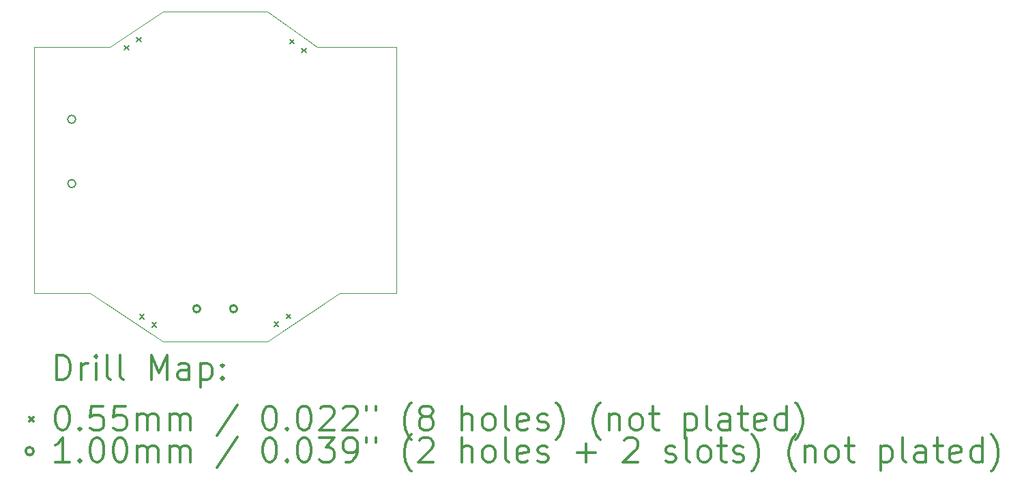
<source format=gbr>
%FSLAX45Y45*%
G04 Gerber Fmt 4.5, Leading zero omitted, Abs format (unit mm)*
G04 Created by KiCad*
%MOMM*%
%LPD*%
G04 APERTURE LIST*
%TA.AperFunction,Profile*%
%ADD10C,0.050000*%
%TD*%
%ADD11C,0.200000*%
%ADD12C,0.300000*%
G04 APERTURE END LIST*
D10*
X15350000Y-13050000D02*
X14450000Y-12450000D01*
X17550000Y-12450000D02*
X16650000Y-13050000D01*
X16650000Y-8950000D02*
X17270000Y-9390000D01*
X15350000Y-8950000D02*
X14690000Y-9390000D01*
X16000000Y-8950000D02*
X15350000Y-8950000D01*
X16000000Y-13050000D02*
X15350000Y-13050000D01*
X16650000Y-13050000D02*
X16000000Y-13050000D01*
X16000000Y-8950000D02*
X16650000Y-8950000D01*
X18250000Y-12450000D02*
X17550000Y-12450000D01*
X18250000Y-9390000D02*
X17270000Y-9390000D01*
X13750000Y-9390000D02*
X14690000Y-9390000D01*
X13750000Y-12450000D02*
X14450000Y-12450000D01*
X13750000Y-11000000D02*
X13750000Y-12450000D01*
X13750000Y-11000000D02*
X13750000Y-9390000D01*
X18250000Y-11000000D02*
X18250000Y-12450000D01*
X18250000Y-11000000D02*
X18250000Y-9390000D01*
D11*
X16730277Y-12805657D02*
X16785277Y-12860657D01*
X16785277Y-12805657D02*
X16730277Y-12860657D01*
X16925578Y-9295246D02*
X16980578Y-9350246D01*
X16980578Y-9295246D02*
X16925578Y-9350246D01*
X17074559Y-9403487D02*
X17129559Y-9458487D01*
X17129559Y-9403487D02*
X17074559Y-9458487D01*
X14873799Y-9372212D02*
X14928799Y-9427212D01*
X14928799Y-9372212D02*
X14873799Y-9427212D01*
X15026466Y-9269237D02*
X15081466Y-9324237D01*
X15081466Y-9269237D02*
X15026466Y-9324237D01*
X15064381Y-12711279D02*
X15119381Y-12766279D01*
X15119381Y-12711279D02*
X15064381Y-12766279D01*
X15217049Y-12814254D02*
X15272049Y-12869254D01*
X15272049Y-12814254D02*
X15217049Y-12869254D01*
X16884718Y-12705362D02*
X16939718Y-12760362D01*
X16939718Y-12705362D02*
X16884718Y-12760362D01*
X15821400Y-12640450D02*
G75*
G03X15821400Y-12640450I-50000J0D01*
G01*
X15731400Y-12640450D02*
X15731400Y-12640450D01*
X15811400Y-12640450D02*
X15811400Y-12640450D01*
X15731400Y-12640450D02*
G75*
G03X15811400Y-12640450I40000J0D01*
G01*
X15811400Y-12640450D02*
G75*
G03X15731400Y-12640450I-40000J0D01*
G01*
X16278600Y-12640450D02*
G75*
G03X16278600Y-12640450I-50000J0D01*
G01*
X16188600Y-12640450D02*
X16188600Y-12640450D01*
X16268600Y-12640450D02*
X16268600Y-12640450D01*
X16188600Y-12640450D02*
G75*
G03X16268600Y-12640450I40000J0D01*
G01*
X16268600Y-12640450D02*
G75*
G03X16188600Y-12640450I-40000J0D01*
G01*
X14270000Y-10287000D02*
G75*
G03X14270000Y-10287000I-50000J0D01*
G01*
X14270000Y-11085000D02*
G75*
G03X14270000Y-11085000I-50000J0D01*
G01*
D12*
X14033928Y-13518214D02*
X14033928Y-13218214D01*
X14105357Y-13218214D01*
X14148214Y-13232500D01*
X14176786Y-13261071D01*
X14191071Y-13289643D01*
X14205357Y-13346786D01*
X14205357Y-13389643D01*
X14191071Y-13446786D01*
X14176786Y-13475357D01*
X14148214Y-13503929D01*
X14105357Y-13518214D01*
X14033928Y-13518214D01*
X14333928Y-13518214D02*
X14333928Y-13318214D01*
X14333928Y-13375357D02*
X14348214Y-13346786D01*
X14362500Y-13332500D01*
X14391071Y-13318214D01*
X14419643Y-13318214D01*
X14519643Y-13518214D02*
X14519643Y-13318214D01*
X14519643Y-13218214D02*
X14505357Y-13232500D01*
X14519643Y-13246786D01*
X14533928Y-13232500D01*
X14519643Y-13218214D01*
X14519643Y-13246786D01*
X14705357Y-13518214D02*
X14676786Y-13503929D01*
X14662500Y-13475357D01*
X14662500Y-13218214D01*
X14862500Y-13518214D02*
X14833928Y-13503929D01*
X14819643Y-13475357D01*
X14819643Y-13218214D01*
X15205357Y-13518214D02*
X15205357Y-13218214D01*
X15305357Y-13432500D01*
X15405357Y-13218214D01*
X15405357Y-13518214D01*
X15676786Y-13518214D02*
X15676786Y-13361071D01*
X15662500Y-13332500D01*
X15633928Y-13318214D01*
X15576786Y-13318214D01*
X15548214Y-13332500D01*
X15676786Y-13503929D02*
X15648214Y-13518214D01*
X15576786Y-13518214D01*
X15548214Y-13503929D01*
X15533928Y-13475357D01*
X15533928Y-13446786D01*
X15548214Y-13418214D01*
X15576786Y-13403929D01*
X15648214Y-13403929D01*
X15676786Y-13389643D01*
X15819643Y-13318214D02*
X15819643Y-13618214D01*
X15819643Y-13332500D02*
X15848214Y-13318214D01*
X15905357Y-13318214D01*
X15933928Y-13332500D01*
X15948214Y-13346786D01*
X15962500Y-13375357D01*
X15962500Y-13461071D01*
X15948214Y-13489643D01*
X15933928Y-13503929D01*
X15905357Y-13518214D01*
X15848214Y-13518214D01*
X15819643Y-13503929D01*
X16091071Y-13489643D02*
X16105357Y-13503929D01*
X16091071Y-13518214D01*
X16076786Y-13503929D01*
X16091071Y-13489643D01*
X16091071Y-13518214D01*
X16091071Y-13332500D02*
X16105357Y-13346786D01*
X16091071Y-13361071D01*
X16076786Y-13346786D01*
X16091071Y-13332500D01*
X16091071Y-13361071D01*
X13692500Y-13985000D02*
X13747500Y-14040000D01*
X13747500Y-13985000D02*
X13692500Y-14040000D01*
X14091071Y-13848214D02*
X14119643Y-13848214D01*
X14148214Y-13862500D01*
X14162500Y-13876786D01*
X14176786Y-13905357D01*
X14191071Y-13962500D01*
X14191071Y-14033929D01*
X14176786Y-14091071D01*
X14162500Y-14119643D01*
X14148214Y-14133929D01*
X14119643Y-14148214D01*
X14091071Y-14148214D01*
X14062500Y-14133929D01*
X14048214Y-14119643D01*
X14033928Y-14091071D01*
X14019643Y-14033929D01*
X14019643Y-13962500D01*
X14033928Y-13905357D01*
X14048214Y-13876786D01*
X14062500Y-13862500D01*
X14091071Y-13848214D01*
X14319643Y-14119643D02*
X14333928Y-14133929D01*
X14319643Y-14148214D01*
X14305357Y-14133929D01*
X14319643Y-14119643D01*
X14319643Y-14148214D01*
X14605357Y-13848214D02*
X14462500Y-13848214D01*
X14448214Y-13991071D01*
X14462500Y-13976786D01*
X14491071Y-13962500D01*
X14562500Y-13962500D01*
X14591071Y-13976786D01*
X14605357Y-13991071D01*
X14619643Y-14019643D01*
X14619643Y-14091071D01*
X14605357Y-14119643D01*
X14591071Y-14133929D01*
X14562500Y-14148214D01*
X14491071Y-14148214D01*
X14462500Y-14133929D01*
X14448214Y-14119643D01*
X14891071Y-13848214D02*
X14748214Y-13848214D01*
X14733928Y-13991071D01*
X14748214Y-13976786D01*
X14776786Y-13962500D01*
X14848214Y-13962500D01*
X14876786Y-13976786D01*
X14891071Y-13991071D01*
X14905357Y-14019643D01*
X14905357Y-14091071D01*
X14891071Y-14119643D01*
X14876786Y-14133929D01*
X14848214Y-14148214D01*
X14776786Y-14148214D01*
X14748214Y-14133929D01*
X14733928Y-14119643D01*
X15033928Y-14148214D02*
X15033928Y-13948214D01*
X15033928Y-13976786D02*
X15048214Y-13962500D01*
X15076786Y-13948214D01*
X15119643Y-13948214D01*
X15148214Y-13962500D01*
X15162500Y-13991071D01*
X15162500Y-14148214D01*
X15162500Y-13991071D02*
X15176786Y-13962500D01*
X15205357Y-13948214D01*
X15248214Y-13948214D01*
X15276786Y-13962500D01*
X15291071Y-13991071D01*
X15291071Y-14148214D01*
X15433928Y-14148214D02*
X15433928Y-13948214D01*
X15433928Y-13976786D02*
X15448214Y-13962500D01*
X15476786Y-13948214D01*
X15519643Y-13948214D01*
X15548214Y-13962500D01*
X15562500Y-13991071D01*
X15562500Y-14148214D01*
X15562500Y-13991071D02*
X15576786Y-13962500D01*
X15605357Y-13948214D01*
X15648214Y-13948214D01*
X15676786Y-13962500D01*
X15691071Y-13991071D01*
X15691071Y-14148214D01*
X16276786Y-13833929D02*
X16019643Y-14219643D01*
X16662500Y-13848214D02*
X16691071Y-13848214D01*
X16719643Y-13862500D01*
X16733928Y-13876786D01*
X16748214Y-13905357D01*
X16762500Y-13962500D01*
X16762500Y-14033929D01*
X16748214Y-14091071D01*
X16733928Y-14119643D01*
X16719643Y-14133929D01*
X16691071Y-14148214D01*
X16662500Y-14148214D01*
X16633928Y-14133929D01*
X16619643Y-14119643D01*
X16605357Y-14091071D01*
X16591071Y-14033929D01*
X16591071Y-13962500D01*
X16605357Y-13905357D01*
X16619643Y-13876786D01*
X16633928Y-13862500D01*
X16662500Y-13848214D01*
X16891071Y-14119643D02*
X16905357Y-14133929D01*
X16891071Y-14148214D01*
X16876786Y-14133929D01*
X16891071Y-14119643D01*
X16891071Y-14148214D01*
X17091071Y-13848214D02*
X17119643Y-13848214D01*
X17148214Y-13862500D01*
X17162500Y-13876786D01*
X17176786Y-13905357D01*
X17191071Y-13962500D01*
X17191071Y-14033929D01*
X17176786Y-14091071D01*
X17162500Y-14119643D01*
X17148214Y-14133929D01*
X17119643Y-14148214D01*
X17091071Y-14148214D01*
X17062500Y-14133929D01*
X17048214Y-14119643D01*
X17033928Y-14091071D01*
X17019643Y-14033929D01*
X17019643Y-13962500D01*
X17033928Y-13905357D01*
X17048214Y-13876786D01*
X17062500Y-13862500D01*
X17091071Y-13848214D01*
X17305357Y-13876786D02*
X17319643Y-13862500D01*
X17348214Y-13848214D01*
X17419643Y-13848214D01*
X17448214Y-13862500D01*
X17462500Y-13876786D01*
X17476786Y-13905357D01*
X17476786Y-13933929D01*
X17462500Y-13976786D01*
X17291071Y-14148214D01*
X17476786Y-14148214D01*
X17591071Y-13876786D02*
X17605357Y-13862500D01*
X17633928Y-13848214D01*
X17705357Y-13848214D01*
X17733928Y-13862500D01*
X17748214Y-13876786D01*
X17762500Y-13905357D01*
X17762500Y-13933929D01*
X17748214Y-13976786D01*
X17576786Y-14148214D01*
X17762500Y-14148214D01*
X17876786Y-13848214D02*
X17876786Y-13905357D01*
X17991071Y-13848214D02*
X17991071Y-13905357D01*
X18433928Y-14262500D02*
X18419643Y-14248214D01*
X18391071Y-14205357D01*
X18376786Y-14176786D01*
X18362500Y-14133929D01*
X18348214Y-14062500D01*
X18348214Y-14005357D01*
X18362500Y-13933929D01*
X18376786Y-13891071D01*
X18391071Y-13862500D01*
X18419643Y-13819643D01*
X18433928Y-13805357D01*
X18591071Y-13976786D02*
X18562500Y-13962500D01*
X18548214Y-13948214D01*
X18533928Y-13919643D01*
X18533928Y-13905357D01*
X18548214Y-13876786D01*
X18562500Y-13862500D01*
X18591071Y-13848214D01*
X18648214Y-13848214D01*
X18676786Y-13862500D01*
X18691071Y-13876786D01*
X18705357Y-13905357D01*
X18705357Y-13919643D01*
X18691071Y-13948214D01*
X18676786Y-13962500D01*
X18648214Y-13976786D01*
X18591071Y-13976786D01*
X18562500Y-13991071D01*
X18548214Y-14005357D01*
X18533928Y-14033929D01*
X18533928Y-14091071D01*
X18548214Y-14119643D01*
X18562500Y-14133929D01*
X18591071Y-14148214D01*
X18648214Y-14148214D01*
X18676786Y-14133929D01*
X18691071Y-14119643D01*
X18705357Y-14091071D01*
X18705357Y-14033929D01*
X18691071Y-14005357D01*
X18676786Y-13991071D01*
X18648214Y-13976786D01*
X19062500Y-14148214D02*
X19062500Y-13848214D01*
X19191071Y-14148214D02*
X19191071Y-13991071D01*
X19176786Y-13962500D01*
X19148214Y-13948214D01*
X19105357Y-13948214D01*
X19076786Y-13962500D01*
X19062500Y-13976786D01*
X19376786Y-14148214D02*
X19348214Y-14133929D01*
X19333928Y-14119643D01*
X19319643Y-14091071D01*
X19319643Y-14005357D01*
X19333928Y-13976786D01*
X19348214Y-13962500D01*
X19376786Y-13948214D01*
X19419643Y-13948214D01*
X19448214Y-13962500D01*
X19462500Y-13976786D01*
X19476786Y-14005357D01*
X19476786Y-14091071D01*
X19462500Y-14119643D01*
X19448214Y-14133929D01*
X19419643Y-14148214D01*
X19376786Y-14148214D01*
X19648214Y-14148214D02*
X19619643Y-14133929D01*
X19605357Y-14105357D01*
X19605357Y-13848214D01*
X19876786Y-14133929D02*
X19848214Y-14148214D01*
X19791071Y-14148214D01*
X19762500Y-14133929D01*
X19748214Y-14105357D01*
X19748214Y-13991071D01*
X19762500Y-13962500D01*
X19791071Y-13948214D01*
X19848214Y-13948214D01*
X19876786Y-13962500D01*
X19891071Y-13991071D01*
X19891071Y-14019643D01*
X19748214Y-14048214D01*
X20005357Y-14133929D02*
X20033928Y-14148214D01*
X20091071Y-14148214D01*
X20119643Y-14133929D01*
X20133928Y-14105357D01*
X20133928Y-14091071D01*
X20119643Y-14062500D01*
X20091071Y-14048214D01*
X20048214Y-14048214D01*
X20019643Y-14033929D01*
X20005357Y-14005357D01*
X20005357Y-13991071D01*
X20019643Y-13962500D01*
X20048214Y-13948214D01*
X20091071Y-13948214D01*
X20119643Y-13962500D01*
X20233928Y-14262500D02*
X20248214Y-14248214D01*
X20276786Y-14205357D01*
X20291071Y-14176786D01*
X20305357Y-14133929D01*
X20319643Y-14062500D01*
X20319643Y-14005357D01*
X20305357Y-13933929D01*
X20291071Y-13891071D01*
X20276786Y-13862500D01*
X20248214Y-13819643D01*
X20233928Y-13805357D01*
X20776786Y-14262500D02*
X20762500Y-14248214D01*
X20733928Y-14205357D01*
X20719643Y-14176786D01*
X20705357Y-14133929D01*
X20691071Y-14062500D01*
X20691071Y-14005357D01*
X20705357Y-13933929D01*
X20719643Y-13891071D01*
X20733928Y-13862500D01*
X20762500Y-13819643D01*
X20776786Y-13805357D01*
X20891071Y-13948214D02*
X20891071Y-14148214D01*
X20891071Y-13976786D02*
X20905357Y-13962500D01*
X20933928Y-13948214D01*
X20976786Y-13948214D01*
X21005357Y-13962500D01*
X21019643Y-13991071D01*
X21019643Y-14148214D01*
X21205357Y-14148214D02*
X21176786Y-14133929D01*
X21162500Y-14119643D01*
X21148214Y-14091071D01*
X21148214Y-14005357D01*
X21162500Y-13976786D01*
X21176786Y-13962500D01*
X21205357Y-13948214D01*
X21248214Y-13948214D01*
X21276786Y-13962500D01*
X21291071Y-13976786D01*
X21305357Y-14005357D01*
X21305357Y-14091071D01*
X21291071Y-14119643D01*
X21276786Y-14133929D01*
X21248214Y-14148214D01*
X21205357Y-14148214D01*
X21391071Y-13948214D02*
X21505357Y-13948214D01*
X21433928Y-13848214D02*
X21433928Y-14105357D01*
X21448214Y-14133929D01*
X21476786Y-14148214D01*
X21505357Y-14148214D01*
X21833928Y-13948214D02*
X21833928Y-14248214D01*
X21833928Y-13962500D02*
X21862500Y-13948214D01*
X21919643Y-13948214D01*
X21948214Y-13962500D01*
X21962500Y-13976786D01*
X21976786Y-14005357D01*
X21976786Y-14091071D01*
X21962500Y-14119643D01*
X21948214Y-14133929D01*
X21919643Y-14148214D01*
X21862500Y-14148214D01*
X21833928Y-14133929D01*
X22148214Y-14148214D02*
X22119643Y-14133929D01*
X22105357Y-14105357D01*
X22105357Y-13848214D01*
X22391071Y-14148214D02*
X22391071Y-13991071D01*
X22376786Y-13962500D01*
X22348214Y-13948214D01*
X22291071Y-13948214D01*
X22262500Y-13962500D01*
X22391071Y-14133929D02*
X22362500Y-14148214D01*
X22291071Y-14148214D01*
X22262500Y-14133929D01*
X22248214Y-14105357D01*
X22248214Y-14076786D01*
X22262500Y-14048214D01*
X22291071Y-14033929D01*
X22362500Y-14033929D01*
X22391071Y-14019643D01*
X22491071Y-13948214D02*
X22605357Y-13948214D01*
X22533928Y-13848214D02*
X22533928Y-14105357D01*
X22548214Y-14133929D01*
X22576786Y-14148214D01*
X22605357Y-14148214D01*
X22819643Y-14133929D02*
X22791071Y-14148214D01*
X22733928Y-14148214D01*
X22705357Y-14133929D01*
X22691071Y-14105357D01*
X22691071Y-13991071D01*
X22705357Y-13962500D01*
X22733928Y-13948214D01*
X22791071Y-13948214D01*
X22819643Y-13962500D01*
X22833928Y-13991071D01*
X22833928Y-14019643D01*
X22691071Y-14048214D01*
X23091071Y-14148214D02*
X23091071Y-13848214D01*
X23091071Y-14133929D02*
X23062500Y-14148214D01*
X23005357Y-14148214D01*
X22976786Y-14133929D01*
X22962500Y-14119643D01*
X22948214Y-14091071D01*
X22948214Y-14005357D01*
X22962500Y-13976786D01*
X22976786Y-13962500D01*
X23005357Y-13948214D01*
X23062500Y-13948214D01*
X23091071Y-13962500D01*
X23205357Y-14262500D02*
X23219643Y-14248214D01*
X23248214Y-14205357D01*
X23262500Y-14176786D01*
X23276786Y-14133929D01*
X23291071Y-14062500D01*
X23291071Y-14005357D01*
X23276786Y-13933929D01*
X23262500Y-13891071D01*
X23248214Y-13862500D01*
X23219643Y-13819643D01*
X23205357Y-13805357D01*
X13747500Y-14408500D02*
G75*
G03X13747500Y-14408500I-50000J0D01*
G01*
X14191071Y-14544214D02*
X14019643Y-14544214D01*
X14105357Y-14544214D02*
X14105357Y-14244214D01*
X14076786Y-14287071D01*
X14048214Y-14315643D01*
X14019643Y-14329929D01*
X14319643Y-14515643D02*
X14333928Y-14529929D01*
X14319643Y-14544214D01*
X14305357Y-14529929D01*
X14319643Y-14515643D01*
X14319643Y-14544214D01*
X14519643Y-14244214D02*
X14548214Y-14244214D01*
X14576786Y-14258500D01*
X14591071Y-14272786D01*
X14605357Y-14301357D01*
X14619643Y-14358500D01*
X14619643Y-14429929D01*
X14605357Y-14487071D01*
X14591071Y-14515643D01*
X14576786Y-14529929D01*
X14548214Y-14544214D01*
X14519643Y-14544214D01*
X14491071Y-14529929D01*
X14476786Y-14515643D01*
X14462500Y-14487071D01*
X14448214Y-14429929D01*
X14448214Y-14358500D01*
X14462500Y-14301357D01*
X14476786Y-14272786D01*
X14491071Y-14258500D01*
X14519643Y-14244214D01*
X14805357Y-14244214D02*
X14833928Y-14244214D01*
X14862500Y-14258500D01*
X14876786Y-14272786D01*
X14891071Y-14301357D01*
X14905357Y-14358500D01*
X14905357Y-14429929D01*
X14891071Y-14487071D01*
X14876786Y-14515643D01*
X14862500Y-14529929D01*
X14833928Y-14544214D01*
X14805357Y-14544214D01*
X14776786Y-14529929D01*
X14762500Y-14515643D01*
X14748214Y-14487071D01*
X14733928Y-14429929D01*
X14733928Y-14358500D01*
X14748214Y-14301357D01*
X14762500Y-14272786D01*
X14776786Y-14258500D01*
X14805357Y-14244214D01*
X15033928Y-14544214D02*
X15033928Y-14344214D01*
X15033928Y-14372786D02*
X15048214Y-14358500D01*
X15076786Y-14344214D01*
X15119643Y-14344214D01*
X15148214Y-14358500D01*
X15162500Y-14387071D01*
X15162500Y-14544214D01*
X15162500Y-14387071D02*
X15176786Y-14358500D01*
X15205357Y-14344214D01*
X15248214Y-14344214D01*
X15276786Y-14358500D01*
X15291071Y-14387071D01*
X15291071Y-14544214D01*
X15433928Y-14544214D02*
X15433928Y-14344214D01*
X15433928Y-14372786D02*
X15448214Y-14358500D01*
X15476786Y-14344214D01*
X15519643Y-14344214D01*
X15548214Y-14358500D01*
X15562500Y-14387071D01*
X15562500Y-14544214D01*
X15562500Y-14387071D02*
X15576786Y-14358500D01*
X15605357Y-14344214D01*
X15648214Y-14344214D01*
X15676786Y-14358500D01*
X15691071Y-14387071D01*
X15691071Y-14544214D01*
X16276786Y-14229929D02*
X16019643Y-14615643D01*
X16662500Y-14244214D02*
X16691071Y-14244214D01*
X16719643Y-14258500D01*
X16733928Y-14272786D01*
X16748214Y-14301357D01*
X16762500Y-14358500D01*
X16762500Y-14429929D01*
X16748214Y-14487071D01*
X16733928Y-14515643D01*
X16719643Y-14529929D01*
X16691071Y-14544214D01*
X16662500Y-14544214D01*
X16633928Y-14529929D01*
X16619643Y-14515643D01*
X16605357Y-14487071D01*
X16591071Y-14429929D01*
X16591071Y-14358500D01*
X16605357Y-14301357D01*
X16619643Y-14272786D01*
X16633928Y-14258500D01*
X16662500Y-14244214D01*
X16891071Y-14515643D02*
X16905357Y-14529929D01*
X16891071Y-14544214D01*
X16876786Y-14529929D01*
X16891071Y-14515643D01*
X16891071Y-14544214D01*
X17091071Y-14244214D02*
X17119643Y-14244214D01*
X17148214Y-14258500D01*
X17162500Y-14272786D01*
X17176786Y-14301357D01*
X17191071Y-14358500D01*
X17191071Y-14429929D01*
X17176786Y-14487071D01*
X17162500Y-14515643D01*
X17148214Y-14529929D01*
X17119643Y-14544214D01*
X17091071Y-14544214D01*
X17062500Y-14529929D01*
X17048214Y-14515643D01*
X17033928Y-14487071D01*
X17019643Y-14429929D01*
X17019643Y-14358500D01*
X17033928Y-14301357D01*
X17048214Y-14272786D01*
X17062500Y-14258500D01*
X17091071Y-14244214D01*
X17291071Y-14244214D02*
X17476786Y-14244214D01*
X17376786Y-14358500D01*
X17419643Y-14358500D01*
X17448214Y-14372786D01*
X17462500Y-14387071D01*
X17476786Y-14415643D01*
X17476786Y-14487071D01*
X17462500Y-14515643D01*
X17448214Y-14529929D01*
X17419643Y-14544214D01*
X17333928Y-14544214D01*
X17305357Y-14529929D01*
X17291071Y-14515643D01*
X17619643Y-14544214D02*
X17676786Y-14544214D01*
X17705357Y-14529929D01*
X17719643Y-14515643D01*
X17748214Y-14472786D01*
X17762500Y-14415643D01*
X17762500Y-14301357D01*
X17748214Y-14272786D01*
X17733928Y-14258500D01*
X17705357Y-14244214D01*
X17648214Y-14244214D01*
X17619643Y-14258500D01*
X17605357Y-14272786D01*
X17591071Y-14301357D01*
X17591071Y-14372786D01*
X17605357Y-14401357D01*
X17619643Y-14415643D01*
X17648214Y-14429929D01*
X17705357Y-14429929D01*
X17733928Y-14415643D01*
X17748214Y-14401357D01*
X17762500Y-14372786D01*
X17876786Y-14244214D02*
X17876786Y-14301357D01*
X17991071Y-14244214D02*
X17991071Y-14301357D01*
X18433928Y-14658500D02*
X18419643Y-14644214D01*
X18391071Y-14601357D01*
X18376786Y-14572786D01*
X18362500Y-14529929D01*
X18348214Y-14458500D01*
X18348214Y-14401357D01*
X18362500Y-14329929D01*
X18376786Y-14287071D01*
X18391071Y-14258500D01*
X18419643Y-14215643D01*
X18433928Y-14201357D01*
X18533928Y-14272786D02*
X18548214Y-14258500D01*
X18576786Y-14244214D01*
X18648214Y-14244214D01*
X18676786Y-14258500D01*
X18691071Y-14272786D01*
X18705357Y-14301357D01*
X18705357Y-14329929D01*
X18691071Y-14372786D01*
X18519643Y-14544214D01*
X18705357Y-14544214D01*
X19062500Y-14544214D02*
X19062500Y-14244214D01*
X19191071Y-14544214D02*
X19191071Y-14387071D01*
X19176786Y-14358500D01*
X19148214Y-14344214D01*
X19105357Y-14344214D01*
X19076786Y-14358500D01*
X19062500Y-14372786D01*
X19376786Y-14544214D02*
X19348214Y-14529929D01*
X19333928Y-14515643D01*
X19319643Y-14487071D01*
X19319643Y-14401357D01*
X19333928Y-14372786D01*
X19348214Y-14358500D01*
X19376786Y-14344214D01*
X19419643Y-14344214D01*
X19448214Y-14358500D01*
X19462500Y-14372786D01*
X19476786Y-14401357D01*
X19476786Y-14487071D01*
X19462500Y-14515643D01*
X19448214Y-14529929D01*
X19419643Y-14544214D01*
X19376786Y-14544214D01*
X19648214Y-14544214D02*
X19619643Y-14529929D01*
X19605357Y-14501357D01*
X19605357Y-14244214D01*
X19876786Y-14529929D02*
X19848214Y-14544214D01*
X19791071Y-14544214D01*
X19762500Y-14529929D01*
X19748214Y-14501357D01*
X19748214Y-14387071D01*
X19762500Y-14358500D01*
X19791071Y-14344214D01*
X19848214Y-14344214D01*
X19876786Y-14358500D01*
X19891071Y-14387071D01*
X19891071Y-14415643D01*
X19748214Y-14444214D01*
X20005357Y-14529929D02*
X20033928Y-14544214D01*
X20091071Y-14544214D01*
X20119643Y-14529929D01*
X20133928Y-14501357D01*
X20133928Y-14487071D01*
X20119643Y-14458500D01*
X20091071Y-14444214D01*
X20048214Y-14444214D01*
X20019643Y-14429929D01*
X20005357Y-14401357D01*
X20005357Y-14387071D01*
X20019643Y-14358500D01*
X20048214Y-14344214D01*
X20091071Y-14344214D01*
X20119643Y-14358500D01*
X20491071Y-14429929D02*
X20719643Y-14429929D01*
X20605357Y-14544214D02*
X20605357Y-14315643D01*
X21076786Y-14272786D02*
X21091071Y-14258500D01*
X21119643Y-14244214D01*
X21191071Y-14244214D01*
X21219643Y-14258500D01*
X21233928Y-14272786D01*
X21248214Y-14301357D01*
X21248214Y-14329929D01*
X21233928Y-14372786D01*
X21062500Y-14544214D01*
X21248214Y-14544214D01*
X21591071Y-14529929D02*
X21619643Y-14544214D01*
X21676786Y-14544214D01*
X21705357Y-14529929D01*
X21719643Y-14501357D01*
X21719643Y-14487071D01*
X21705357Y-14458500D01*
X21676786Y-14444214D01*
X21633928Y-14444214D01*
X21605357Y-14429929D01*
X21591071Y-14401357D01*
X21591071Y-14387071D01*
X21605357Y-14358500D01*
X21633928Y-14344214D01*
X21676786Y-14344214D01*
X21705357Y-14358500D01*
X21891071Y-14544214D02*
X21862500Y-14529929D01*
X21848214Y-14501357D01*
X21848214Y-14244214D01*
X22048214Y-14544214D02*
X22019643Y-14529929D01*
X22005357Y-14515643D01*
X21991071Y-14487071D01*
X21991071Y-14401357D01*
X22005357Y-14372786D01*
X22019643Y-14358500D01*
X22048214Y-14344214D01*
X22091071Y-14344214D01*
X22119643Y-14358500D01*
X22133928Y-14372786D01*
X22148214Y-14401357D01*
X22148214Y-14487071D01*
X22133928Y-14515643D01*
X22119643Y-14529929D01*
X22091071Y-14544214D01*
X22048214Y-14544214D01*
X22233928Y-14344214D02*
X22348214Y-14344214D01*
X22276786Y-14244214D02*
X22276786Y-14501357D01*
X22291071Y-14529929D01*
X22319643Y-14544214D01*
X22348214Y-14544214D01*
X22433928Y-14529929D02*
X22462500Y-14544214D01*
X22519643Y-14544214D01*
X22548214Y-14529929D01*
X22562500Y-14501357D01*
X22562500Y-14487071D01*
X22548214Y-14458500D01*
X22519643Y-14444214D01*
X22476786Y-14444214D01*
X22448214Y-14429929D01*
X22433928Y-14401357D01*
X22433928Y-14387071D01*
X22448214Y-14358500D01*
X22476786Y-14344214D01*
X22519643Y-14344214D01*
X22548214Y-14358500D01*
X22662500Y-14658500D02*
X22676786Y-14644214D01*
X22705357Y-14601357D01*
X22719643Y-14572786D01*
X22733928Y-14529929D01*
X22748214Y-14458500D01*
X22748214Y-14401357D01*
X22733928Y-14329929D01*
X22719643Y-14287071D01*
X22705357Y-14258500D01*
X22676786Y-14215643D01*
X22662500Y-14201357D01*
X23205357Y-14658500D02*
X23191071Y-14644214D01*
X23162500Y-14601357D01*
X23148214Y-14572786D01*
X23133928Y-14529929D01*
X23119643Y-14458500D01*
X23119643Y-14401357D01*
X23133928Y-14329929D01*
X23148214Y-14287071D01*
X23162500Y-14258500D01*
X23191071Y-14215643D01*
X23205357Y-14201357D01*
X23319643Y-14344214D02*
X23319643Y-14544214D01*
X23319643Y-14372786D02*
X23333928Y-14358500D01*
X23362500Y-14344214D01*
X23405357Y-14344214D01*
X23433928Y-14358500D01*
X23448214Y-14387071D01*
X23448214Y-14544214D01*
X23633928Y-14544214D02*
X23605357Y-14529929D01*
X23591071Y-14515643D01*
X23576786Y-14487071D01*
X23576786Y-14401357D01*
X23591071Y-14372786D01*
X23605357Y-14358500D01*
X23633928Y-14344214D01*
X23676786Y-14344214D01*
X23705357Y-14358500D01*
X23719643Y-14372786D01*
X23733928Y-14401357D01*
X23733928Y-14487071D01*
X23719643Y-14515643D01*
X23705357Y-14529929D01*
X23676786Y-14544214D01*
X23633928Y-14544214D01*
X23819643Y-14344214D02*
X23933928Y-14344214D01*
X23862500Y-14244214D02*
X23862500Y-14501357D01*
X23876786Y-14529929D01*
X23905357Y-14544214D01*
X23933928Y-14544214D01*
X24262500Y-14344214D02*
X24262500Y-14644214D01*
X24262500Y-14358500D02*
X24291071Y-14344214D01*
X24348214Y-14344214D01*
X24376786Y-14358500D01*
X24391071Y-14372786D01*
X24405357Y-14401357D01*
X24405357Y-14487071D01*
X24391071Y-14515643D01*
X24376786Y-14529929D01*
X24348214Y-14544214D01*
X24291071Y-14544214D01*
X24262500Y-14529929D01*
X24576786Y-14544214D02*
X24548214Y-14529929D01*
X24533928Y-14501357D01*
X24533928Y-14244214D01*
X24819643Y-14544214D02*
X24819643Y-14387071D01*
X24805357Y-14358500D01*
X24776786Y-14344214D01*
X24719643Y-14344214D01*
X24691071Y-14358500D01*
X24819643Y-14529929D02*
X24791071Y-14544214D01*
X24719643Y-14544214D01*
X24691071Y-14529929D01*
X24676786Y-14501357D01*
X24676786Y-14472786D01*
X24691071Y-14444214D01*
X24719643Y-14429929D01*
X24791071Y-14429929D01*
X24819643Y-14415643D01*
X24919643Y-14344214D02*
X25033928Y-14344214D01*
X24962500Y-14244214D02*
X24962500Y-14501357D01*
X24976786Y-14529929D01*
X25005357Y-14544214D01*
X25033928Y-14544214D01*
X25248214Y-14529929D02*
X25219643Y-14544214D01*
X25162500Y-14544214D01*
X25133928Y-14529929D01*
X25119643Y-14501357D01*
X25119643Y-14387071D01*
X25133928Y-14358500D01*
X25162500Y-14344214D01*
X25219643Y-14344214D01*
X25248214Y-14358500D01*
X25262500Y-14387071D01*
X25262500Y-14415643D01*
X25119643Y-14444214D01*
X25519643Y-14544214D02*
X25519643Y-14244214D01*
X25519643Y-14529929D02*
X25491071Y-14544214D01*
X25433928Y-14544214D01*
X25405357Y-14529929D01*
X25391071Y-14515643D01*
X25376786Y-14487071D01*
X25376786Y-14401357D01*
X25391071Y-14372786D01*
X25405357Y-14358500D01*
X25433928Y-14344214D01*
X25491071Y-14344214D01*
X25519643Y-14358500D01*
X25633928Y-14658500D02*
X25648214Y-14644214D01*
X25676786Y-14601357D01*
X25691071Y-14572786D01*
X25705357Y-14529929D01*
X25719643Y-14458500D01*
X25719643Y-14401357D01*
X25705357Y-14329929D01*
X25691071Y-14287071D01*
X25676786Y-14258500D01*
X25648214Y-14215643D01*
X25633928Y-14201357D01*
M02*

</source>
